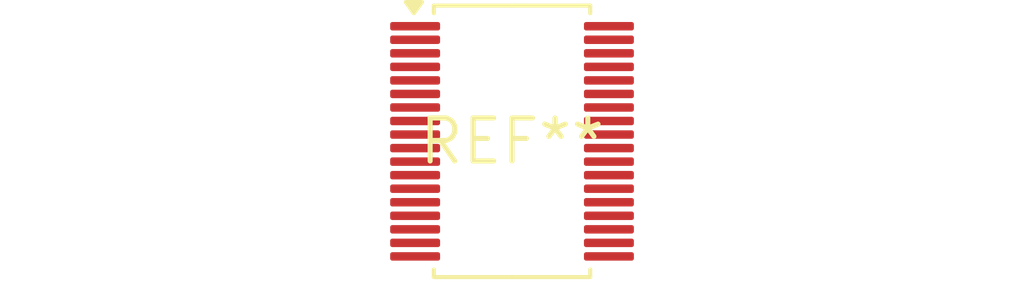
<source format=kicad_pcb>
(kicad_pcb (version 20240108) (generator pcbnew)
  (layers (0 "F.Cu" signal) (31 "B.Cu" signal) (34 "B.Paste" user) (35 "F.Paste" user) (36 "B.SilkS" user "B.Silkscreen") (37 "F.SilkS" user "F.Silkscreen") (38 "B.Mask" user) (39 "F.Mask" user) (44 "Edge.Cuts" user))
  (net 0 "")
  (footprint "TSSOP-36_4.4x7.8mm_P0.4mm" (layer "F.Cu") (at 0 0)
    (property "Reference" "REF**")
    (property "Value" "TSSOP-36_4.4x7.8mm_P0.4mm")
    (fp_line (start -2.31 -4.01) (end -2.31 -3.785) (layer "F.SilkS") (stroke (width 0.12)))
    (fp_line (start -2.31 4.01) (end -2.31 3.785) (layer "F.SilkS") (stroke (width 0.12)))
    (fp_line (start 0 -4.01) (end -2.31 -4.01) (layer "F.SilkS") (stroke (width 0.12)))
    (fp_line (start 0 -4.01) (end 2.31 -4.01) (layer "F.SilkS") (stroke (width 0.12)))
    (fp_line (start 0 4.01) (end -2.31 4.01) (layer "F.SilkS") (stroke (width 0.12)))
    (fp_line (start 0 4.01) (end 2.31 4.01) (layer "F.SilkS") (stroke (width 0.12)))
    (fp_line (start 2.31 -4.01) (end 2.31 -3.785) (layer "F.SilkS") (stroke (width 0.12)))
    (fp_line (start 2.31 4.01) (end 2.31 3.785) (layer "F.SilkS") (stroke (width 0.12)))
    (fp_poly (pts (xy -2.9 -3.785) (xy -3.14 -4.115) (xy -2.66 -4.115) (xy -2.9 -3.785)) (layer "F.SilkS") (stroke (width 0.12)) (fill solid))
    (pad "1" smd roundrect (at -2.8625 -3.4) (size 1.475 0.25) (layers "F.Cu" "F.Paste" "F.Mask"))
    (pad "2" smd roundrect (at -2.8625 -3) (size 1.475 0.25) (layers "F.Cu" "F.Paste" "F.Mask"))
    (pad "3" smd roundrect (at -2.8625 -2.6) (size 1.475 0.25) (layers "F.Cu" "F.Paste" "F.Mask"))
    (pad "4" smd roundrect (at -2.8625 -2.2) (size 1.475 0.25) (layers "F.Cu" "F.Paste" "F.Mask"))
    (pad "5" smd roundrect (at -2.8625 -1.8) (size 1.475 0.25) (layers "F.Cu" "F.Paste" "F.Mask"))
    (pad "6" smd roundrect (at -2.8625 -1.4) (size 1.475 0.25) (layers "F.Cu" "F.Paste" "F.Mask"))
    (pad "7" smd roundrect (at -2.8625 -1) (size 1.475 0.25) (layers "F.Cu" "F.Paste" "F.Mask"))
    (pad "8" smd roundrect (at -2.8625 -0.6) (size 1.475 0.25) (layers "F.Cu" "F.Paste" "F.Mask"))
    (pad "9" smd roundrect (at -2.8625 -0.2) (size 1.475 0.25) (layers "F.Cu" "F.Paste" "F.Mask"))
    (pad "10" smd roundrect (at -2.8625 0.2) (size 1.475 0.25) (layers "F.Cu" "F.Paste" "F.Mask"))
    (pad "11" smd roundrect (at -2.8625 0.6) (size 1.475 0.25) (layers "F.Cu" "F.Paste" "F.Mask"))
    (pad "12" smd roundrect (at -2.8625 1) (size 1.475 0.25) (layers "F.Cu" "F.Paste" "F.Mask"))
    (pad "13" smd roundrect (at -2.8625 1.4) (size 1.475 0.25) (layers "F.Cu" "F.Paste" "F.Mask"))
    (pad "14" smd roundrect (at -2.8625 1.8) (size 1.475 0.25) (layers "F.Cu" "F.Paste" "F.Mask"))
    (pad "15" smd roundrect (at -2.8625 2.2) (size 1.475 0.25) (layers "F.Cu" "F.Paste" "F.Mask"))
    (pad "16" smd roundrect (at -2.8625 2.6) (size 1.475 0.25) (layers "F.Cu" "F.Paste" "F.Mask"))
    (pad "17" smd roundrect (at -2.8625 3) (size 1.475 0.25) (layers "F.Cu" "F.Paste" "F.Mask"))
    (pad "18" smd roundrect (at -2.8625 3.4) (size 1.475 0.25) (layers "F.Cu" "F.Paste" "F.Mask"))
    (pad "19" smd roundrect (at 2.8625 3.4) (size 1.475 0.25) (layers "F.Cu" "F.Paste" "F.Mask"))
    (pad "20" smd roundrect (at 2.8625 3) (size 1.475 0.25) (layers "F.Cu" "F.Paste" "F.Mask"))
    (pad "21" smd roundrect (at 2.8625 2.6) (size 1.475 0.25) (layers "F.Cu" "F.Paste" "F.Mask"))
    (pad "22" smd roundrect (at 2.8625 2.2) (size 1.475 0.25) (layers "F.Cu" "F.Paste" "F.Mask"))
    (pad "23" smd roundrect (at 2.8625 1.8) (size 1.475 0.25) (layers "F.Cu" "F.Paste" "F.Mask"))
    (pad "24" smd roundrect (at 2.8625 1.4) (size 1.475 0.25) (layers "F.Cu" "F.Paste" "F.Mask"))
    (pad "25" smd roundrect (at 2.8625 1) (size 1.475 0.25) (layers "F.Cu" "F.Paste" "F.Mask"))
    (pad "26" smd roundrect (at 2.8625 0.6) (size 1.475 0.25) (layers "F.Cu" "F.Paste" "F.Mask"))
    (pad "27" smd roundrect (at 2.8625 0.2) (size 1.475 0.25) (layers "F.Cu" "F.Paste" "F.Mask"))
    (pad "28" smd roundrect (at 2.8625 -0.2) (size 1.475 0.25) (layers "F.Cu" "F.Paste" "F.Mask"))
    (pad "29" smd roundrect (at 2.8625 -0.6) (size 1.475 0.25) (layers "F.Cu" "F.Paste" "F.Mask"))
    (pad "30" smd roundrect (at 2.8625 -1) (size 1.475 0.25) (layers "F.Cu" "F.Paste" "F.Mask"))
    (pad "31" smd roundrect (at 2.8625 -1.4) (size 1.475 0.25) (layers "F.Cu" "F.Paste" "F.Mask"))
    (pad "32" smd roundrect (at 2.8625 -1.8) (size 1.475 0.25) (layers "F.Cu" "F.Paste" "F.Mask"))
    (pad "33" smd roundrect (at 2.8625 -2.2) (size 1.475 0.25) (layers "F.Cu" "F.Paste" "F.Mask"))
    (pad "34" smd roundrect (at 2.8625 -2.6) (size 1.475 0.25) (layers "F.Cu" "F.Paste" "F.Mask"))
    (pad "35" smd roundrect (at 2.8625 -3) (size 1.475 0.25) (layers "F.Cu" "F.Paste" "F.Mask"))
    (pad "36" smd roundrect (at 2.8625 -3.4) (size 1.475 0.25) (layers "F.Cu" "F.Paste" "F.Mask"))
  )
)
</source>
